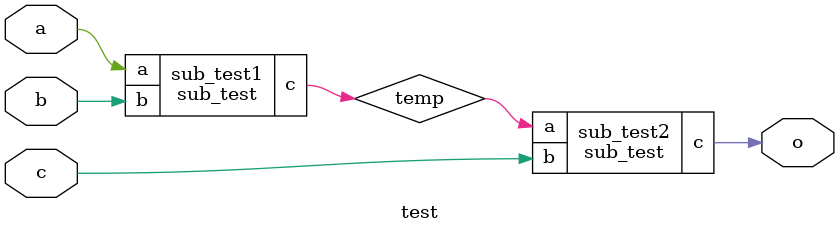
<source format=v>
/*
module sub_test (
input a,b,
output reg c
);
    assign c = (a < b) ? a : b;
endmodule

module test (
input a,b,c,
output o 
);
    reg temp;
    sub_test (.a(a), .b(b), temp);
    sub_test (temp, c, .c(o));
endmodule
*/

/*
errors:
1. ¶Ë¿Ú c ÓÃ assign ¸³Öµ£¬²»Ó¦¸ÃÊÇ reg ÐÍ;
2. µ÷ÓÃ¸ñÊ½²»¹æ·¶£¬¶øÇÒÍ¨¹ýÎ»ÖÃ¹ØÁªÓëÍ¨¹ýÊ±¼ä¹ØÁª»ìÓÃ;
3. temp µÄÀàÐÍÒ²ÐèÒªÐÞ¸ÄÒÔÍ³Ò»¡£
*/

module sub_test (
input a,b,
output c
);
    assign c = (a < b) ? a : b;
endmodule

module test (
input a,b,c,
output o 
);
    wire temp;
    sub_test sub_test1 (.a(a), .b(b), .c(temp));
    sub_test sub_test2 (.a(temp), .b(c), .c(o));
endmodule
</source>
